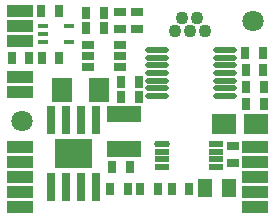
<source format=gts>
G04 Layer_Color=8388736*
%FSAX24Y24*%
%MOIN*%
G70*
G01*
G75*
%ADD41R,0.0867X0.0434*%
%ADD42R,0.0316X0.0434*%
%ADD43R,0.0789X0.0671*%
%ADD44R,0.0434X0.0316*%
%ADD45R,0.1143X0.0533*%
%ADD46R,0.0513X0.0631*%
%ADD47R,0.0690X0.0828*%
%ADD48R,0.0252X0.0921*%
%ADD49R,0.0449X0.0291*%
%ADD50R,0.0512X0.0197*%
G04:AMPARAMS|DCode=51|XSize=51.2mil|YSize=19.7mil|CornerRadius=7.5mil|HoleSize=0mil|Usage=FLASHONLY|Rotation=0.000|XOffset=0mil|YOffset=0mil|HoleType=Round|Shape=RoundedRectangle|*
%AMROUNDEDRECTD51*
21,1,0.0512,0.0047,0,0,0.0*
21,1,0.0362,0.0197,0,0,0.0*
1,1,0.0150,0.0181,-0.0024*
1,1,0.0150,-0.0181,-0.0024*
1,1,0.0150,-0.0181,0.0024*
1,1,0.0150,0.0181,0.0024*
%
%ADD51ROUNDEDRECTD51*%
%ADD52O,0.0789X0.0218*%
%ADD53R,0.0374X0.0177*%
%ADD54C,0.0434*%
%ADD55C,0.0710*%
G36*
X014710Y013409D02*
X013490D01*
Y014354D01*
X014710D01*
Y013409D01*
D02*
G37*
D41*
X012310Y017620D02*
D03*
Y018120D02*
D03*
Y018620D02*
D03*
Y014090D02*
D03*
Y013590D02*
D03*
Y012090D02*
D03*
Y012590D02*
D03*
Y013090D02*
D03*
Y016430D02*
D03*
Y015930D02*
D03*
X020170Y014090D02*
D03*
Y013590D02*
D03*
Y012090D02*
D03*
Y012590D02*
D03*
Y013090D02*
D03*
D42*
X020445Y016100D02*
D03*
X019855D02*
D03*
X017375Y012690D02*
D03*
X017965D02*
D03*
X014525Y018570D02*
D03*
X015115D02*
D03*
X015975Y013420D02*
D03*
X015385D02*
D03*
X020445Y015540D02*
D03*
X019855D02*
D03*
X016287Y016252D02*
D03*
X015697D02*
D03*
X016285Y015760D02*
D03*
X015695D02*
D03*
X015910Y012690D02*
D03*
X015319D02*
D03*
X020431Y017220D02*
D03*
X019840D02*
D03*
X016915Y012690D02*
D03*
X016325D02*
D03*
X014539Y018070D02*
D03*
X015130D02*
D03*
X019845Y016660D02*
D03*
X020435D02*
D03*
X012045Y017050D02*
D03*
X012635D02*
D03*
X013035Y018620D02*
D03*
X013625D02*
D03*
X013045Y017050D02*
D03*
X013635D02*
D03*
D43*
X020191Y014880D02*
D03*
X019109D02*
D03*
D44*
X015670Y018025D02*
D03*
Y018615D02*
D03*
X019430Y014145D02*
D03*
Y013555D02*
D03*
X016210Y018025D02*
D03*
Y018615D02*
D03*
D45*
X015790Y015211D02*
D03*
Y014030D02*
D03*
D46*
X019303Y012740D02*
D03*
X018477D02*
D03*
D47*
X014970Y016010D02*
D03*
X013730D02*
D03*
D48*
X014350Y015014D02*
D03*
X013850D02*
D03*
X014850D02*
D03*
X013350D02*
D03*
X014350Y012750D02*
D03*
X013850D02*
D03*
X014850D02*
D03*
X013350D02*
D03*
D49*
X015643Y016766D02*
D03*
Y017140D02*
D03*
Y017514D02*
D03*
X014580Y016766D02*
D03*
Y017140D02*
D03*
Y017514D02*
D03*
D50*
X018860Y014196D02*
D03*
Y013940D02*
D03*
Y013684D02*
D03*
Y013428D02*
D03*
X017057D02*
D03*
Y013684D02*
D03*
Y013940D02*
D03*
D51*
Y014196D02*
D03*
D52*
X019152Y015794D02*
D03*
Y016050D02*
D03*
Y016306D02*
D03*
Y016562D02*
D03*
Y016818D02*
D03*
Y017074D02*
D03*
X016908Y015794D02*
D03*
Y016050D02*
D03*
Y016306D02*
D03*
Y016562D02*
D03*
Y016818D02*
D03*
Y017074D02*
D03*
Y017330D02*
D03*
X019152D02*
D03*
D53*
X013077Y018116D02*
D03*
Y017860D02*
D03*
Y017604D02*
D03*
X013943D02*
D03*
Y018116D02*
D03*
D54*
X018240Y018400D02*
D03*
X017740D02*
D03*
X018490Y017967D02*
D03*
X017990D02*
D03*
X017490D02*
D03*
D55*
X020079Y018307D02*
D03*
X012402Y014961D02*
D03*
M02*

</source>
